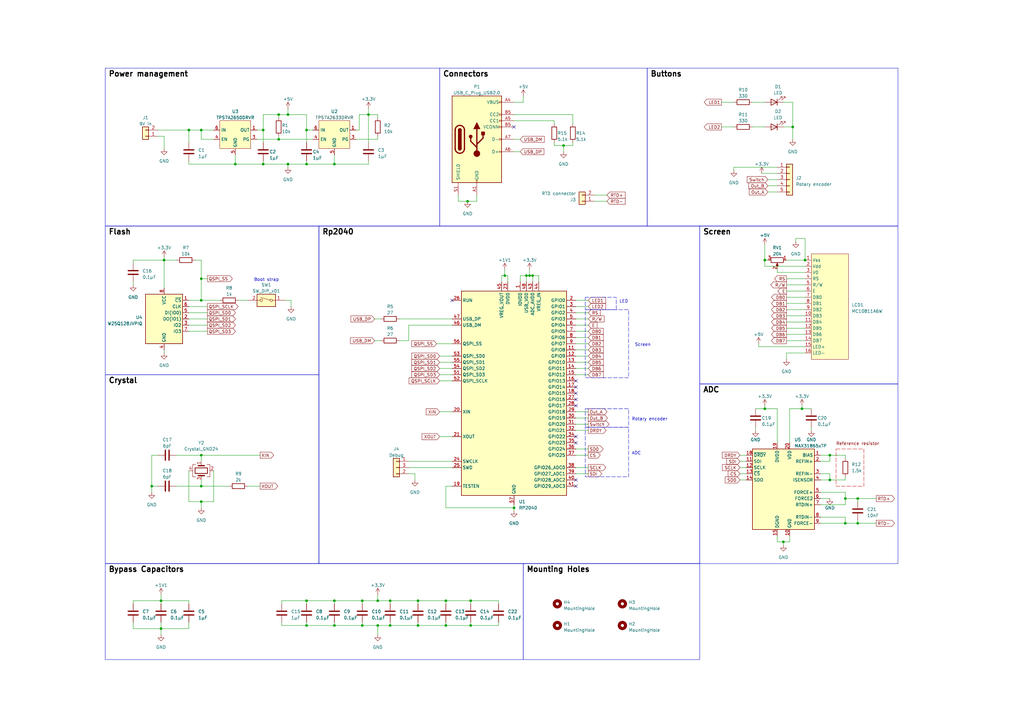
<source format=kicad_sch>
(kicad_sch (version 20230121) (generator eeschema)
  (paper "A3")
  (lib_symbols
    (symbol "Connector:USB_C_Plug_USB2.0" (pin_names (offset 1.016))
      (property "Reference" "P1" (at 0 21.59 0))
      (property "Value" "USB_C_Plug_USB2.0" (at 0 19.05 0))
      (symbol "USB_C_Plug_USB2.0_1_1"
        (pin passive line (at 0 -22.86 90) (length 5.08) (name "GND") (number "A1"))
        (pin passive line (at 0 -22.86 90) (length 5.08) hide (name "GND") (number "A12"))
        (pin passive line (at 15.24 15.24 180) (length 5.08) (name "VBUS") (number "A4"))
        (pin bidirectional line (at 15.24 7.62 180) (length 5.08) (name "CC1") (number "A5"))
        (pin bidirectional line (at 15.24 -5.08 180) (length 5.08) (name "D+") (number "A6"))
        (pin bidirectional line (at 15.24 0 180) (length 5.08) (name "D-") (number "A7"))
        (pin passive line (at 15.24 15.24 180) (length 5.08) hide (name "VBUS") (number "A9"))
        (pin passive line (at 0 -22.86 90) (length 5.08) hide (name "GND") (number "B1"))
        (pin passive line (at 0 -22.86 90) (length 5.08) hide (name "GND") (number "B12"))
        (pin passive line (at 15.24 15.24 180) (length 5.08) hide (name "VBUS") (number "B4"))
        (pin bidirectional line (at 15.24 10.16 180) (length 5.08) (name "CC2") (number "B5"))
        (pin bidirectional line (at 15.24 5.08 180) (length 5.08) (name "VCONN") (number "B5"))
        (pin passive line (at 15.24 15.24 180) (length 5.08) hide (name "VBUS") (number "B9"))
        (pin passive line (at -7.62 -22.86 90) (length 5.08) (name "SHIELD") (number "S1"))
      )
    )
    (symbol "Connector_Generic:Conn_01x02" (pin_names (offset 1.016) hide)
      (property "Reference" "J" (at 0 2.54 0))
      (property "Value" "Conn_01x02" (at 0 -5.08 0))
      (symbol "Conn_01x02_1_1"
        (pin passive line (at -5.08 0 0) (length 3.81) (name "Pin_1") (number "1"))
        (pin passive line (at -5.08 -2.54 0) (length 3.81) (name "Pin_2") (number "2"))
      )
    )
    (symbol "Connector_Generic:Conn_01x03" (pin_names (offset 1.016) hide)
      (property "Reference" "J4" (at 0 7.62 0))
      (property "Value" "Conn_01x03" (at 0 5.08 0))
      (symbol "Conn_01x03_1_1"
        (pin passive line (at -5.08 2.54 0) (length 3.81) (name "Pin_1") (number "1"))
        (pin passive line (at -5.08 -2.54 0) (length 3.81) (name "Pin_2") (number "2"))
        (pin passive line (at -5.08 0 0) (length 3.81) (name "Pin_3") (number "3"))
      )
    )
    (symbol "Connector_Generic:Conn_01x05" (pin_names (offset 1.016) hide)
      (property "Reference" "J" (at 0 7.62 0))
      (property "Value" "Conn_01x05" (at 0 -7.62 0))
      (symbol "Conn_01x05_1_1"
        (pin passive line (at -5.08 5.08 0) (length 3.81) (name "Pin_1") (number "1"))
        (pin passive line (at -5.08 2.54 0) (length 3.81) (name "Pin_2") (number "2"))
        (pin passive line (at -5.08 0 0) (length 3.81) (name "Pin_3") (number "3"))
        (pin passive line (at -5.08 -2.54 0) (length 3.81) (name "Pin_4") (number "4"))
        (pin passive line (at -5.08 -5.08 0) (length 3.81) (name "Pin_5") (number "5"))
      )
    )
    (symbol "Device:C" (pin_numbers hide) (pin_names (offset 0.254))
      (property "Reference" "C" (at 0.635 2.54 0))
      (property "Value" "C" (at 0.635 -2.54 0))
      (symbol "C_1_1"
        (pin passive line (at 0 3.81 270) (length 2.794) (name "~") (number "1"))
        (pin passive line (at 0 -3.81 90) (length 2.794) (name "~") (number "2"))
      )
    )
    (symbol "Device:Crystal_GND24" (pin_names (offset 1.016) hide)
      (property "Reference" "Y" (at 3.175 5.08 0))
      (property "Value" "Crystal_GND24" (at 3.175 3.175 0))
      (symbol "Crystal_GND24_1_1"
        (pin passive line (at -3.81 0 0) (length 1.27) (name "1") (number "1"))
        (pin passive line (at 0 5.08 270) (length 1.27) (name "2") (number "2"))
        (pin passive line (at 3.81 0 180) (length 1.27) (name "3") (number "3"))
        (pin passive line (at 0 -5.08 90) (length 1.27) (name "4") (number "4"))
      )
    )
    (symbol "Device:LED" (pin_numbers hide) (pin_names (offset 1.016) hide)
      (property "Reference" "D" (at 0 2.54 0))
      (property "Value" "LED" (at 0 -2.54 0))
      (symbol "LED_1_1"
        (pin passive line (at -3.81 0 0) (length 2.54) (name "K") (number "1"))
        (pin passive line (at 3.81 0 180) (length 2.54) (name "A") (number "2"))
      )
    )
    (symbol "Device:R" (pin_numbers hide) (pin_names (offset 0))
      (property "Reference" "R" (at 2.032 0 90))
      (property "Value" "R" (at 0 0 90))
      (symbol "R_1_1"
        (pin passive line (at 0 3.81 270) (length 1.27) (name "~") (number "1"))
        (pin passive line (at 0 -3.81 90) (length 1.27) (name "~") (number "2"))
      )
    )
    (symbol "Device:R_Potentiometer" (pin_names (offset 1.016) hide)
      (property "Reference" "RV" (at -4.445 0 90))
      (property "Value" "R_Potentiometer" (at -2.54 0 90))
      (symbol "R_Potentiometer_1_1"
        (pin passive line (at 0 3.81 270) (length 1.27) (name "1") (number "1"))
        (pin passive line (at 3.81 0 180) (length 1.27) (name "2") (number "2"))
        (pin passive line (at 0 -3.81 90) (length 1.27) (name "3") (number "3"))
      )
    )
    (symbol "Extra_Symbols:MC10811A6W"
      (property "Reference" "LCD" (at 0 5.08 0))
      (property "Value" "MC10811A6W" (at 0 2.54 0))
      (symbol "MC10811A6W_1_1"
        (pin input line (at 10.16 -2.54 180) (length 2.54) (name "Vss") (number "1"))
        (pin input line (at 10.16 -25.4 180) (length 2.54) (name "DB3") (number "10"))
        (pin input line (at 10.16 -27.94 180) (length 2.54) (name "DB4") (number "11"))
        (pin input line (at 10.16 -30.48 180) (length 2.54) (name "DB5") (number "12"))
        (pin input line (at 10.16 -33.02 180) (length 2.54) (name "DB6") (number "13"))
        (pin input line (at 10.16 -35.56 180) (length 2.54) (name "DB7") (number "14"))
        (pin input line (at 10.16 -38.1 180) (length 2.54) (name "LED+") (number "15"))
        (pin input line (at 10.16 -40.64 180) (length 2.54) (name "LED-") (number "16"))
        (pin input line (at 10.16 -5.08 180) (length 2.54) (name "Vdd") (number "2"))
        (pin input line (at 10.16 -7.62 180) (length 2.54) (name "V0") (number "3"))
        (pin input line (at 10.16 -10.16 180) (length 2.54) (name "RS") (number "4"))
        (pin input line (at 10.16 -12.7 180) (length 2.54) (name "R/W") (number "5"))
        (pin input line (at 10.16 -15.24 180) (length 2.54) (name "E") (number "6"))
        (pin input line (at 10.16 -17.78 180) (length 2.54) (name "DB0") (number "7"))
        (pin input line (at 10.16 -20.32 180) (length 2.54) (name "DB1") (number "8"))
        (pin input line (at 10.16 -22.86 180) (length 2.54) (name "DB2") (number "9"))
      )
    )
    (symbol "MCU_RaspberryPi:RP2040"
      (property "Reference" "U" (at 17.78 45.72 0))
      (property "Value" "RP2040" (at 17.78 43.18 0))
      (symbol "RP2040_1_1"
        (pin power_in line (at 2.54 45.72 270) (length 3.81) (name "IOVDD") (number "1"))
        (pin passive line (at 2.54 45.72 270) (length 3.81) hide (name "IOVDD") (number "10"))
        (pin bidirectional line (at 25.4 17.78 180) (length 3.81) (name "GPIO8") (number "11"))
        (pin bidirectional line (at 25.4 15.24 180) (length 3.81) (name "GPIO9") (number "12"))
        (pin bidirectional line (at 25.4 12.7 180) (length 3.81) (name "GPIO10") (number "13"))
        (pin bidirectional line (at 25.4 10.16 180) (length 3.81) (name "GPIO11") (number "14"))
        (pin bidirectional line (at 25.4 7.62 180) (length 3.81) (name "GPIO12") (number "15"))
        (pin bidirectional line (at 25.4 5.08 180) (length 3.81) (name "GPIO13") (number "16"))
        (pin bidirectional line (at 25.4 2.54 180) (length 3.81) (name "GPIO14") (number "17"))
        (pin bidirectional line (at 25.4 0 180) (length 3.81) (name "GPIO15") (number "18"))
        (pin input line (at -25.4 -38.1 0) (length 3.81) (name "TESTEN") (number "19"))
        (pin bidirectional line (at 25.4 38.1 180) (length 3.81) (name "GPIO0") (number "2"))
        (pin input line (at -25.4 -7.62 0) (length 3.81) (name "XIN") (number "20"))
        (pin passive line (at -25.4 -17.78 0) (length 3.81) (name "XOUT") (number "21"))
        (pin passive line (at 2.54 45.72 270) (length 3.81) hide (name "IOVDD") (number "22"))
        (pin power_in line (at -2.54 45.72 270) (length 3.81) (name "DVDD") (number "23"))
        (pin input line (at -25.4 -27.94 0) (length 3.81) (name "SWCLK") (number "24"))
        (pin bidirectional line (at -25.4 -30.48 0) (length 3.81) (name "SWD") (number "25"))
        (pin input line (at -25.4 38.1 0) (length 3.81) (name "RUN") (number "26"))
        (pin bidirectional line (at 25.4 -2.54 180) (length 3.81) (name "GPIO16") (number "27"))
        (pin bidirectional line (at 25.4 -5.08 180) (length 3.81) (name "GPIO17") (number "28"))
        (pin bidirectional line (at 25.4 -7.62 180) (length 3.81) (name "GPIO18") (number "29"))
        (pin bidirectional line (at 25.4 35.56 180) (length 3.81) (name "GPIO1") (number "3"))
        (pin bidirectional line (at 25.4 -10.16 180) (length 3.81) (name "GPIO19") (number "30"))
        (pin bidirectional line (at 25.4 -12.7 180) (length 3.81) (name "GPIO20") (number "31"))
        (pin bidirectional line (at 25.4 -15.24 180) (length 3.81) (name "GPIO21") (number "32"))
        (pin passive line (at 2.54 45.72 270) (length 3.81) hide (name "IOVDD") (number "33"))
        (pin bidirectional line (at 25.4 -17.78 180) (length 3.81) (name "GPIO22") (number "34"))
        (pin bidirectional line (at 25.4 -20.32 180) (length 3.81) (name "GPIO23") (number "35"))
        (pin bidirectional line (at 25.4 -22.86 180) (length 3.81) (name "GPIO24") (number "36"))
        (pin bidirectional line (at 25.4 -25.4 180) (length 3.81) (name "GPIO25") (number "37"))
        (pin bidirectional line (at 25.4 -30.48 180) (length 3.81) (name "GPIO26_ADC0") (number "38"))
        (pin bidirectional line (at 25.4 -33.02 180) (length 3.81) (name "GPIO27_ADC1") (number "39"))
        (pin bidirectional line (at 25.4 33.02 180) (length 3.81) (name "GPIO2") (number "4"))
        (pin bidirectional line (at 25.4 -35.56 180) (length 3.81) (name "GPIO28_ADC2") (number "40"))
        (pin bidirectional line (at 25.4 -38.1 180) (length 3.81) (name "GPIO29_ADC3") (number "41"))
        (pin passive line (at 2.54 45.72 270) (length 3.81) hide (name "IOVDD") (number "42"))
        (pin power_in line (at 7.62 45.72 270) (length 3.81) (name "ADC_AVDD") (number "43"))
        (pin power_in line (at 10.16 45.72 270) (length 3.81) (name "VREG_IN") (number "44"))
        (pin power_out line (at -5.08 45.72 270) (length 3.81) (name "VREG_VOUT") (number "45"))
        (pin bidirectional line (at -25.4 27.94 0) (length 3.81) (name "USB_DM") (number "46"))
        (pin bidirectional line (at -25.4 30.48 0) (length 3.81) (name "USB_DP") (number "47"))
        (pin power_in line (at 5.08 45.72 270) (length 3.81) (name "USB_VDD") (number "48"))
        (pin passive line (at 2.54 45.72 270) (length 3.81) hide (name "IOVDD") (number "49"))
        (pin bidirectional line (at 25.4 30.48 180) (length 3.81) (name "GPIO3") (number "5"))
        (pin passive line (at -2.54 45.72 270) (length 3.81) hide (name "DVDD") (number "50"))
        (pin bidirectional line (at -25.4 7.62 0) (length 3.81) (name "QSPI_SD3") (number "51"))
        (pin output line (at -25.4 5.08 0) (length 3.81) (name "QSPI_SCLK") (number "52"))
        (pin bidirectional line (at -25.4 15.24 0) (length 3.81) (name "QSPI_SD0") (number "53"))
        (pin bidirectional line (at -25.4 10.16 0) (length 3.81) (name "QSPI_SD2") (number "54"))
        (pin bidirectional line (at -25.4 12.7 0) (length 3.81) (name "QSPI_SD1") (number "55"))
        (pin bidirectional line (at -25.4 20.32 0) (length 3.81) (name "QSPI_SS") (number "56"))
        (pin power_in line (at 0 -45.72 90) (length 3.81) (name "GND") (number "57"))
        (pin bidirectional line (at 25.4 27.94 180) (length 3.81) (name "GPIO4") (number "6"))
        (pin bidirectional line (at 25.4 25.4 180) (length 3.81) (name "GPIO5") (number "7"))
        (pin bidirectional line (at 25.4 22.86 180) (length 3.81) (name "GPIO6") (number "8"))
        (pin bidirectional line (at 25.4 20.32 180) (length 3.81) (name "GPIO7") (number "9"))
      )
    )
    (symbol "Mechanical:MountingHole" (pin_names (offset 1.016))
      (property "Reference" "H" (at 0 5.08 0))
      (property "Value" "MountingHole" (at 0 3.175 0))
    )
    (symbol "Memory_Flash:W25Q128JVS"
      (property "Reference" "U" (at -8.89 8.89 0))
      (property "Value" "W25Q128JVS" (at 7.62 8.89 0))
      (symbol "W25Q128JVS_1_1"
        (pin input line (at -10.16 7.62 0) (length 2.54) (name "~{CS}") (number "1"))
        (pin bidirectional line (at -10.16 0 0) (length 2.54) (name "DO(IO1)") (number "2"))
        (pin bidirectional line (at -10.16 -2.54 0) (length 2.54) (name "IO2") (number "3"))
        (pin power_in line (at 0 -12.7 90) (length 2.54) (name "GND") (number "4"))
        (pin bidirectional line (at -10.16 2.54 0) (length 2.54) (name "DI(IO0)") (number "5"))
        (pin input line (at -10.16 5.08 0) (length 2.54) (name "CLK") (number "6"))
        (pin bidirectional line (at -10.16 -5.08 0) (length 2.54) (name "IO3") (number "7"))
        (pin power_in line (at 0 12.7 270) (length 2.54) (name "VCC") (number "8"))
      )
    )
    (symbol "Regulator_Linear:TPS7A2633DRVR"
      (property "Reference" "U" (at 0 5.08 0))
      (symbol "TPS7A2633DRVR_1_1"
        (text "TPS7A2633DRVR" (at 0 2.54 0) (effects (font (size 1.27 1.27))))
        (pin input line (at 8.89 -2.54 180) (length 2.54) (name "OUT") (number "1"))
        (pin input line (at 8.89 -6.35 180) (length 2.54) (name "PG") (number "3"))
        (pin input line (at -8.89 -6.35 0) (length 2.54) (name "EN") (number "4"))
        (pin input line (at 0 -12.7 90) (length 2.54) (name "GND") (number "5"))
        (pin input line (at -8.89 -2.54 0) (length 2.54) (name "IN") (number "6"))
      )
    )
    (symbol "Regulator_Linear:TPS7A2650DRVR"
      (property "Reference" "U" (at 0 5.08 0))
      (property "Value" "TPS7A2650DRVR" (at 0 2.54 0))
      (symbol "TPS7A2650DRVR_1_1"
        (pin input line (at 8.89 -2.54 180) (length 2.54) (name "OUT") (number "1"))
        (pin input line (at 8.89 -6.35 180) (length 2.54) (name "PG") (number "3"))
        (pin input line (at -8.89 -6.35 0) (length 2.54) (name "EN") (number "4"))
        (pin input line (at 0 -12.7 90) (length 2.54) (name "GND") (number "5"))
        (pin input line (at -8.89 -2.54 0) (length 2.54) (name "IN") (number "6"))
      )
    )
    (symbol "Sensor_Temperature:MAX31865xTP"
      (property "Reference" "U" (at -11.43 19.05 0))
      (property "Value" "MAX31865xTP" (at 10.16 19.05 0))
      (symbol "MAX31865xTP_1_1"
        (pin power_out line (at 15.24 15.24 180) (length 2.54) (name "BIAS") (number "1"))
        (pin power_in line (at 2.54 -17.78 90) (length 2.54) (name "GND") (number "10"))
        (pin input line (at -15.24 12.7 0) (length 2.54) (name "SDI") (number "11"))
        (pin input line (at -15.24 10.16 0) (length 2.54) (name "SCLK") (number "12"))
        (pin input line (at -15.24 7.62 0) (length 2.54) (name "~{CS}") (number "13"))
        (pin tri_state line (at -15.24 5.08 0) (length 2.54) (name "SDO") (number "14"))
        (pin power_in line (at -2.54 -17.78 90) (length 2.54) (name "DGND") (number "15"))
        (pin passive line (at 2.54 -17.78 90) (length 2.54) hide (name "GND") (number "16"))
        (pin no_connect line (at -12.7 -2.54 0) (length 2.54) hide (name "NC") (number "17"))
        (pin output line (at -15.24 15.24 0) (length 2.54) (name "~{DRDY}") (number "18"))
        (pin power_in line (at -2.54 20.32 270) (length 2.54) (name "DVDD") (number "19"))
        (pin input line (at 15.24 12.7 180) (length 2.54) (name "REFIN+") (number "2"))
        (pin power_in line (at 2.54 20.32 270) (length 2.54) (name "VDD") (number "20"))
        (pin passive line (at 2.54 -17.78 90) (length 2.54) hide (name "GND") (number "21"))
        (pin input line (at 15.24 7.62 180) (length 2.54) (name "REFIN-") (number "3"))
        (pin passive line (at 15.24 5.08 180) (length 2.54) (name "ISENSOR") (number "4"))
        (pin passive line (at 15.24 0 180) (length 2.54) (name "FORCE+") (number "5"))
        (pin input line (at 15.24 -2.54 180) (length 2.54) (name "FORCE2") (number "6"))
        (pin input line (at 15.24 -5.08 180) (length 2.54) (name "RTDIN+") (number "7"))
        (pin input line (at 15.24 -10.16 180) (length 2.54) (name "RTDIN-") (number "8"))
        (pin power_out line (at 15.24 -12.7 180) (length 2.54) (name "FORCE-") (number "9"))
      )
    )
    (symbol "Switch:SW_DIP_x01" (pin_names (offset 0) hide)
      (property "Reference" "SW" (at 0 3.81 0))
      (property "Value" "SW_DIP_x01" (at 0 -3.81 0))
      (symbol "SW_DIP_x01_1_1"
        (pin passive line (at -7.62 0 0) (length 5.08) (name "~") (number "1"))
        (pin passive line (at 7.62 0 180) (length 5.08) (name "~") (number "2"))
      )
    )
    (symbol "power:+1V1" (power) (pin_names (offset 0))
      (property "Value" "+1V1" (at 0 3.556 0))
      (symbol "+1V1_1_1"
        (pin power_in line (at 0 0 90) (length 0) hide (name "+1V1") (number "1"))
      )
    )
    (symbol "power:+3.3V" (power) (pin_names (offset 0))
      (property "Value" "+3.3V" (at 0 3.556 0))
      (symbol "+3.3V_1_1"
        (pin power_in line (at 0 0 90) (length 0) hide (name "+3.3V") (number "1"))
      )
    )
    (symbol "power:+5V" (power) (pin_names (offset 0))
      (property "Value" "+5V" (at 0 3.556 0))
      (symbol "+5V_1_1"
        (pin power_in line (at 0 0 90) (length 0) hide (name "+5V") (number "1"))
      )
    )
    (symbol "power:GND" (power) (pin_names (offset 0))
      (property "Value" "GND" (at 0 -3.81 0))
      (symbol "GND_1_1"
        (pin power_in line (at 0 0 270) (length 0) hide (name "GND") (number "1"))
      )
    )
  )
  (junction (at 215.9 113.03))
  (junction (at 137.16 246.38))
  (junction (at 182.88 256.54))
  (junction (at 107.95 67.31))
  (junction (at 346.71 214.63))
  (junction (at 137.16 67.31))
  (junction (at 66.04 246.38))
  (junction (at 346.71 204.47))
  (junction (at 340.36 186.69))
  (junction (at 154.94 246.38))
  (junction (at 193.04 246.38))
  (junction (at 114.3 46.99))
  (junction (at 325.12 52.07))
  (junction (at 218.44 113.03))
  (junction (at 160.02 246.38))
  (junction (at 118.11 67.31))
  (junction (at 96.52 67.31))
  (junction (at 125.73 53.34))
  (junction (at 328.93 167.64))
  (junction (at 217.17 113.03))
  (junction (at 210.82 208.28))
  (junction (at 193.04 256.54))
  (junction (at 151.13 46.99))
  (junction (at 77.47 53.34))
  (junction (at 67.31 106.68))
  (junction (at 82.55 114.3))
  (junction (at 62.23 199.39))
  (junction (at 207.01 113.03))
  (junction (at 231.14 59.69))
  (junction (at 125.73 67.31))
  (junction (at 107.95 53.34))
  (junction (at 160.02 256.54))
  (junction (at 82.55 53.34))
  (junction (at 66.04 257.81))
  (junction (at 137.16 256.54))
  (junction (at 148.59 256.54))
  (junction (at 82.55 205.74))
  (junction (at 340.36 196.85))
  (junction (at 148.59 246.38))
  (junction (at 351.79 204.47))
  (junction (at 171.45 256.54))
  (junction (at 125.73 246.38))
  (junction (at 351.79 214.63))
  (junction (at 313.69 167.64))
  (junction (at 191.77 82.55))
  (junction (at 321.31 222.25))
  (junction (at 82.55 199.39))
  (junction (at 114.3 57.15))
  (junction (at 154.94 256.54))
  (junction (at 330.2 106.68))
  (junction (at 313.69 106.68))
  (junction (at 118.11 46.99))
  (junction (at 125.73 256.54))
  (junction (at 182.88 246.38))
  (junction (at 82.55 123.19))
  (junction (at 82.55 186.69))
  (junction (at 171.45 246.38))
  (no_connect (at 236.22 156.21))
  (no_connect (at 236.22 163.83))
  (no_connect (at 236.22 166.37))
  (no_connect (at 236.22 199.39))
  (no_connect (at 236.22 161.29))
  (no_connect (at 236.22 196.85))
  (no_connect (at 236.22 181.61))
  (no_connect (at 185.42 123.19))
  (no_connect (at 236.22 179.07))
  (no_connect (at 210.82 52.07))
  (no_connect (at 236.22 158.75))
  (wire (pts (xy 114.3 57.15) (xy 128.27 57.15)))
  (wire (pts (xy 116.84 123.19) (xy 119.38 123.19)))
  (wire (pts (xy 303.53 186.69) (xy 306.07 186.69)))
  (wire (pts (xy 236.22 148.59) (xy 241.3 148.59)))
  (wire (pts (xy 204.47 255.27) (xy 204.47 256.54)))
  (wire (pts (xy 326.39 97.79) (xy 326.39 99.06)))
  (wire (pts (xy 154.94 243.84) (xy 154.94 246.38)))
  (wire (pts (xy 107.95 66.04) (xy 107.95 67.31)))
  (wire (pts (xy 234.95 59.69) (xy 234.95 58.42)))
  (wire (pts (xy 170.18 196.85) (xy 170.18 194.31)))
  (wire (pts (xy 234.95 50.8) (xy 234.95 46.99)))
  (wire (pts (xy 346.71 207.01) (xy 346.71 204.47)))
  (wire (pts (xy 77.47 125.73) (xy 85.09 125.73)))
  (wire (pts (xy 82.55 196.85) (xy 82.55 199.39)))
  (wire (pts (xy 236.22 184.15) (xy 241.3 184.15)))
  (wire (pts (xy 351.79 214.63) (xy 351.79 213.36)))
  (wire (pts (xy 180.34 153.67) (xy 185.42 153.67)))
  (wire (pts (xy 82.55 205.74) (xy 82.55 208.28)))
  (wire (pts (xy 236.22 194.31) (xy 241.3 194.31)))
  (wire (pts (xy 154.94 46.99) (xy 151.13 46.99)))
  (wire (pts (xy 187.96 80.01) (xy 187.96 82.55)))
  (wire (pts (xy 107.95 67.31) (xy 118.11 67.31)))
  (wire (pts (xy 170.18 194.31) (xy 167.64 194.31)))
  (wire (pts (xy 193.04 247.65) (xy 193.04 246.38)))
  (wire (pts (xy 204.47 256.54) (xy 193.04 256.54)))
  (wire (pts (xy 147.32 53.34) (xy 146.05 53.34)))
  (wire (pts (xy 193.04 246.38) (xy 204.47 246.38)))
  (wire (pts (xy 77.47 123.19) (xy 82.55 123.19)))
  (wire (pts (xy 322.58 144.78) (xy 322.58 147.32)))
  (wire (pts (xy 154.94 256.54) (xy 160.02 256.54)))
  (wire (pts (xy 322.58 139.7) (xy 330.2 139.7)))
  (wire (pts (xy 66.04 257.81) (xy 66.04 260.35)))
  (wire (pts (xy 77.47 135.89) (xy 85.09 135.89)))
  (wire (pts (xy 171.45 246.38) (xy 171.45 247.65)))
  (wire (pts (xy 66.04 246.38) (xy 77.47 246.38)))
  (wire (pts (xy 313.69 109.22) (xy 313.69 106.68)))
  (wire (pts (xy 82.55 114.3) (xy 82.55 123.19)))
  (wire (pts (xy 332.74 175.26) (xy 332.74 176.53)))
  (wire (pts (xy 243.84 82.55) (xy 248.92 82.55)))
  (wire (pts (xy 96.52 63.5) (xy 96.52 67.31)))
  (wire (pts (xy 137.16 255.27) (xy 137.16 256.54)))
  (wire (pts (xy 80.01 106.68) (xy 82.55 106.68)))
  (wire (pts (xy 205.74 113.03) (xy 207.01 113.03)))
  (wire (pts (xy 125.73 46.99) (xy 125.73 53.34)))
  (wire (pts (xy 336.55 214.63) (xy 346.71 214.63)))
  (wire (pts (xy 167.64 189.23) (xy 185.42 189.23)))
  (wire (pts (xy 137.16 63.5) (xy 137.16 67.31)))
  (wire (pts (xy 336.55 204.47) (xy 340.36 204.47)))
  (wire (pts (xy 322.58 114.3) (xy 330.2 114.3)))
  (wire (pts (xy 182.88 246.38) (xy 193.04 246.38)))
  (wire (pts (xy 154.94 246.38) (xy 160.02 246.38)))
  (wire (pts (xy 318.77 219.71) (xy 318.77 222.25)))
  (wire (pts (xy 318.77 68.58) (xy 300.99 68.58)))
  (wire (pts (xy 82.55 205.74) (xy 77.47 205.74)))
  (wire (pts (xy 328.93 167.64) (xy 332.74 167.64)))
  (wire (pts (xy 179.07 140.97) (xy 185.42 140.97)))
  (wire (pts (xy 236.22 130.81) (xy 241.3 130.81)))
  (wire (pts (xy 118.11 44.45) (xy 118.11 46.99)))
  (wire (pts (xy 311.15 140.97) (xy 311.15 142.24)))
  (wire (pts (xy 336.55 201.93) (xy 346.71 201.93)))
  (wire (pts (xy 101.6 199.39) (xy 106.68 199.39)))
  (wire (pts (xy 64.77 53.34) (xy 77.47 53.34)))
  (wire (pts (xy 236.22 186.69) (xy 241.3 186.69)))
  (wire (pts (xy 308.61 41.91) (xy 313.69 41.91)))
  (wire (pts (xy 171.45 256.54) (xy 182.88 256.54)))
  (wire (pts (xy 151.13 44.45) (xy 151.13 46.99)))
  (wire (pts (xy 328.93 166.37) (xy 328.93 167.64)))
  (wire (pts (xy 154.94 48.26) (xy 154.94 46.99)))
  (wire (pts (xy 210.82 207.01) (xy 210.82 208.28)))
  (wire (pts (xy 322.58 119.38) (xy 330.2 119.38)))
  (wire (pts (xy 322.58 132.08) (xy 330.2 132.08)))
  (wire (pts (xy 330.2 109.22) (xy 313.69 109.22)))
  (wire (pts (xy 300.99 68.58) (xy 300.99 69.85)))
  (wire (pts (xy 115.57 256.54) (xy 125.73 256.54)))
  (wire (pts (xy 340.36 186.69) (xy 346.71 186.69)))
  (wire (pts (xy 195.58 82.55) (xy 195.58 80.01)))
  (wire (pts (xy 77.47 130.81) (xy 85.09 130.81)))
  (wire (pts (xy 125.73 246.38) (xy 125.73 247.65)))
  (wire (pts (xy 82.55 186.69) (xy 82.55 189.23)))
  (wire (pts (xy 227.33 59.69) (xy 231.14 59.69)))
  (wire (pts (xy 336.55 194.31) (xy 340.36 194.31)))
  (wire (pts (xy 336.55 189.23) (xy 340.36 189.23)))
  (wire (pts (xy 167.64 133.35) (xy 167.64 139.7)))
  (wire (pts (xy 236.22 176.53) (xy 241.3 176.53)))
  (wire (pts (xy 67.31 105.41) (xy 67.31 106.68)))
  (wire (pts (xy 54.61 106.68) (xy 67.31 106.68)))
  (wire (pts (xy 160.02 256.54) (xy 171.45 256.54)))
  (wire (pts (xy 346.71 187.96) (xy 346.71 186.69)))
  (wire (pts (xy 54.61 246.38) (xy 66.04 246.38)))
  (wire (pts (xy 303.53 196.85) (xy 306.07 196.85)))
  (wire (pts (xy 125.73 256.54) (xy 137.16 256.54)))
  (wire (pts (xy 153.67 130.81) (xy 156.21 130.81)))
  (wire (pts (xy 82.55 53.34) (xy 82.55 57.15)))
  (wire (pts (xy 313.69 106.68) (xy 314.96 106.68)))
  (wire (pts (xy 146.05 57.15) (xy 154.94 57.15)))
  (wire (pts (xy 125.73 255.27) (xy 125.73 256.54)))
  (wire (pts (xy 54.61 106.68) (xy 54.61 107.95)))
  (wire (pts (xy 311.15 142.24) (xy 330.2 142.24)))
  (wire (pts (xy 182.88 256.54) (xy 193.04 256.54)))
  (wire (pts (xy 82.55 114.3) (xy 85.09 114.3)))
  (wire (pts (xy 318.77 181.61) (xy 318.77 167.64)))
  (wire (pts (xy 180.34 168.91) (xy 185.42 168.91)))
  (wire (pts (xy 182.88 246.38) (xy 182.88 247.65)))
  (wire (pts (xy 64.77 199.39) (xy 62.23 199.39)))
  (wire (pts (xy 321.31 222.25) (xy 323.85 222.25)))
  (wire (pts (xy 187.96 82.55) (xy 191.77 82.55)))
  (wire (pts (xy 67.31 118.11) (xy 67.31 106.68)))
  (wire (pts (xy 137.16 67.31) (xy 151.13 67.31)))
  (wire (pts (xy 318.77 111.76) (xy 330.2 111.76)))
  (wire (pts (xy 322.58 106.68) (xy 330.2 106.68)))
  (wire (pts (xy 82.55 123.19) (xy 90.17 123.19)))
  (wire (pts (xy 107.95 53.34) (xy 107.95 58.42)))
  (wire (pts (xy 77.47 133.35) (xy 85.09 133.35)))
  (wire (pts (xy 153.67 139.7) (xy 156.21 139.7)))
  (wire (pts (xy 321.31 52.07) (xy 325.12 52.07)))
  (wire (pts (xy 67.31 106.68) (xy 72.39 106.68)))
  (wire (pts (xy 193.04 256.54) (xy 193.04 255.27)))
  (wire (pts (xy 185.42 133.35) (xy 167.64 133.35)))
  (wire (pts (xy 137.16 246.38) (xy 137.16 247.65)))
  (wire (pts (xy 321.31 222.25) (xy 321.31 223.52)))
  (wire (pts (xy 96.52 67.31) (xy 107.95 67.31)))
  (wire (pts (xy 182.88 255.27) (xy 182.88 256.54)))
  (wire (pts (xy 114.3 46.99) (xy 118.11 46.99)))
  (wire (pts (xy 125.73 53.34) (xy 125.73 58.42)))
  (wire (pts (xy 322.58 144.78) (xy 330.2 144.78)))
  (wire (pts (xy 67.31 60.96) (xy 67.31 55.88)))
  (wire (pts (xy 236.22 153.67) (xy 241.3 153.67)))
  (wire (pts (xy 236.22 128.27) (xy 241.3 128.27)))
  (wire (pts (xy 137.16 246.38) (xy 125.73 246.38)))
  (wire (pts (xy 77.47 53.34) (xy 77.47 58.42)))
  (wire (pts (xy 303.53 191.77) (xy 306.07 191.77)))
  (wire (pts (xy 336.55 212.09) (xy 346.71 212.09)))
  (wire (pts (xy 325.12 41.91) (xy 321.31 41.91)))
  (wire (pts (xy 236.22 151.13) (xy 241.3 151.13)))
  (wire (pts (xy 107.95 46.99) (xy 107.95 53.34)))
  (wire (pts (xy 66.04 243.84) (xy 66.04 246.38)))
  (wire (pts (xy 213.36 113.03) (xy 215.9 113.03)))
  (wire (pts (xy 171.45 255.27) (xy 171.45 256.54)))
  (wire (pts (xy 115.57 246.38) (xy 115.57 247.65)))
  (wire (pts (xy 351.79 204.47) (xy 351.79 205.74)))
  (wire (pts (xy 308.61 52.07) (xy 313.69 52.07)))
  (wire (pts (xy 210.82 208.28) (xy 210.82 209.55)))
  (wire (pts (xy 340.36 186.69) (xy 340.36 189.23)))
  (wire (pts (xy 218.44 113.03) (xy 220.98 113.03)))
  (wire (pts (xy 115.57 246.38) (xy 125.73 246.38)))
  (wire (pts (xy 67.31 55.88) (xy 64.77 55.88)))
  (wire (pts (xy 66.04 247.65) (xy 66.04 246.38)))
  (wire (pts (xy 82.55 106.68) (xy 82.55 114.3)))
  (wire (pts (xy 154.94 256.54) (xy 154.94 260.35)))
  (wire (pts (xy 154.94 246.38) (xy 148.59 246.38)))
  (wire (pts (xy 151.13 46.99) (xy 151.13 58.42)))
  (wire (pts (xy 236.22 125.73) (xy 241.3 125.73)))
  (wire (pts (xy 62.23 186.69) (xy 64.77 186.69)))
  (wire (pts (xy 322.58 137.16) (xy 330.2 137.16)))
  (wire (pts (xy 154.94 55.88) (xy 154.94 57.15)))
  (wire (pts (xy 147.32 46.99) (xy 147.32 53.34)))
  (wire (pts (xy 77.47 66.04) (xy 77.47 67.31)))
  (wire (pts (xy 118.11 68.58) (xy 118.11 67.31)))
  (wire (pts (xy 336.55 196.85) (xy 340.36 196.85)))
  (wire (pts (xy 340.36 196.85) (xy 346.71 196.85)))
  (wire (pts (xy 346.71 204.47) (xy 351.79 204.47)))
  (wire (pts (xy 236.22 143.51) (xy 241.3 143.51)))
  (wire (pts (xy 77.47 67.31) (xy 96.52 67.31)))
  (wire (pts (xy 236.22 140.97) (xy 241.3 140.97)))
  (wire (pts (xy 236.22 168.91) (xy 241.3 168.91)))
  (wire (pts (xy 295.91 41.91) (xy 300.99 41.91)))
  (wire (pts (xy 105.41 57.15) (xy 114.3 57.15)))
  (wire (pts (xy 346.71 214.63) (xy 351.79 214.63)))
  (wire (pts (xy 227.33 49.53) (xy 227.33 50.8)))
  (wire (pts (xy 236.22 135.89) (xy 241.3 135.89)))
  (wire (pts (xy 318.77 222.25) (xy 321.31 222.25)))
  (wire (pts (xy 180.34 179.07) (xy 185.42 179.07)))
  (wire (pts (xy 87.63 193.04) (xy 87.63 205.74)))
  (wire (pts (xy 163.83 139.7) (xy 167.64 139.7)))
  (wire (pts (xy 318.77 111.76) (xy 318.77 110.49)))
  (wire (pts (xy 191.77 82.55) (xy 195.58 82.55)))
  (wire (pts (xy 204.47 247.65) (xy 204.47 246.38)))
  (wire (pts (xy 351.79 204.47) (xy 359.41 204.47)))
  (wire (pts (xy 77.47 53.34) (xy 82.55 53.34)))
  (wire (pts (xy 125.73 67.31) (xy 137.16 67.31)))
  (wire (pts (xy 82.55 186.69) (xy 106.68 186.69)))
  (wire (pts (xy 218.44 115.57) (xy 218.44 113.03)))
  (wire (pts (xy 236.22 133.35) (xy 241.3 133.35)))
  (wire (pts (xy 207.01 110.49) (xy 207.01 113.03)))
  (wire (pts (xy 312.42 71.12) (xy 318.77 71.12)))
  (wire (pts (xy 231.14 59.69) (xy 234.95 59.69)))
  (wire (pts (xy 295.91 52.07) (xy 300.99 52.07)))
  (wire (pts (xy 309.88 167.64) (xy 313.69 167.64)))
  (wire (pts (xy 180.34 146.05) (xy 185.42 146.05)))
  (wire (pts (xy 72.39 199.39) (xy 82.55 199.39)))
  (wire (pts (xy 313.69 100.33) (xy 313.69 106.68)))
  (wire (pts (xy 182.88 208.28) (xy 210.82 208.28)))
  (wire (pts (xy 66.04 257.81) (xy 54.61 257.81)))
  (wire (pts (xy 351.79 214.63) (xy 359.41 214.63)))
  (wire (pts (xy 148.59 256.54) (xy 154.94 256.54)))
  (wire (pts (xy 180.34 151.13) (xy 185.42 151.13)))
  (wire (pts (xy 236.22 138.43) (xy 241.3 138.43)))
  (wire (pts (xy 77.47 255.27) (xy 77.47 257.81)))
  (wire (pts (xy 303.53 189.23) (xy 306.07 189.23)))
  (wire (pts (xy 314.96 78.74) (xy 318.77 78.74)))
  (wire (pts (xy 62.23 199.39) (xy 62.23 186.69)))
  (wire (pts (xy 115.57 255.27) (xy 115.57 256.54)))
  (wire (pts (xy 114.3 46.99) (xy 114.3 48.26)))
  (wire (pts (xy 214.63 41.91) (xy 210.82 41.91)))
  (wire (pts (xy 340.36 194.31) (xy 340.36 196.85)))
  (wire (pts (xy 207.01 113.03) (xy 208.28 113.03)))
  (wire (pts (xy 77.47 193.04) (xy 77.47 205.74)))
  (wire (pts (xy 231.14 59.69) (xy 231.14 62.23)))
  (wire (pts (xy 82.55 199.39) (xy 93.98 199.39)))
  (wire (pts (xy 171.45 246.38) (xy 182.88 246.38)))
  (wire (pts (xy 82.55 53.34) (xy 87.63 53.34)))
  (wire (pts (xy 118.11 67.31) (xy 125.73 67.31)))
  (wire (pts (xy 330.2 97.79) (xy 326.39 97.79)))
  (wire (pts (xy 314.96 73.66) (xy 318.77 73.66)))
  (wire (pts (xy 227.33 58.42) (xy 227.33 59.69)))
  (wire (pts (xy 215.9 113.03) (xy 217.17 113.03)))
  (wire (pts (xy 314.96 76.2) (xy 318.77 76.2)))
  (wire (pts (xy 313.69 166.37) (xy 313.69 167.64)))
  (wire (pts (xy 234.95 46.99) (xy 210.82 46.99)))
  (wire (pts (xy 97.79 123.19) (xy 101.6 123.19)))
  (wire (pts (xy 54.61 247.65) (xy 54.61 246.38)))
  (wire (pts (xy 205.74 115.57) (xy 205.74 113.03)))
  (wire (pts (xy 77.47 128.27) (xy 85.09 128.27)))
  (wire (pts (xy 328.93 167.64) (xy 323.85 167.64)))
  (wire (pts (xy 167.64 191.77) (xy 185.42 191.77)))
  (wire (pts (xy 346.71 212.09) (xy 346.71 214.63)))
  (wire (pts (xy 303.53 194.31) (xy 306.07 194.31)))
  (wire (pts (xy 236.22 123.19) (xy 241.3 123.19)))
  (wire (pts (xy 66.04 255.27) (xy 66.04 257.81)))
  (wire (pts (xy 54.61 115.57) (xy 54.61 116.84)))
  (wire (pts (xy 217.17 110.49) (xy 217.17 113.03)))
  (wire (pts (xy 114.3 55.88) (xy 114.3 57.15)))
  (wire (pts (xy 87.63 205.74) (xy 82.55 205.74)))
  (wire (pts (xy 346.71 195.58) (xy 346.71 196.85)))
  (wire (pts (xy 137.16 256.54) (xy 148.59 256.54)))
  (wire (pts (xy 325.12 52.07) (xy 325.12 41.91)))
  (wire (pts (xy 210.82 49.53) (xy 227.33 49.53)))
  (wire (pts (xy 62.23 199.39) (xy 62.23 201.93)))
  (wire (pts (xy 322.58 121.92) (xy 330.2 121.92)))
  (wire (pts (xy 137.16 246.38) (xy 148.59 246.38)))
  (wire (pts (xy 322.58 134.62) (xy 330.2 134.62)))
  (wire (pts (xy 87.63 57.15) (xy 82.55 57.15)))
  (wire (pts (xy 309.88 175.26) (xy 309.88 176.53)))
  (wire (pts (xy 54.61 255.27) (xy 54.61 257.81)))
  (wire (pts (xy 185.42 199.39) (xy 182.88 199.39)))
  (wire (pts (xy 151.13 66.04) (xy 151.13 67.31)))
  (wire (pts (xy 313.69 167.64) (xy 318.77 167.64)))
  (wire (pts (xy 213.36 115.57) (xy 213.36 113.03)))
  (wire (pts (xy 163.83 130.81) (xy 185.42 130.81)))
  (wire (pts (xy 208.28 113.03) (xy 208.28 115.57)))
  (wire (pts (xy 210.82 62.23) (xy 213.36 62.23)))
  (wire (pts (xy 160.02 246.38) (xy 160.02 247.65)))
  (wire (pts (xy 214.63 39.37) (xy 214.63 41.91)))
  (wire (pts (xy 336.55 186.69) (xy 340.36 186.69)))
  (wire (pts (xy 323.85 167.64) (xy 323.85 181.61)))
  (wire (pts (xy 119.38 123.19) (xy 119.38 125.73)))
  (wire (pts (xy 220.98 115.57) (xy 220.98 113.03)))
  (wire (pts (xy 105.41 53.34) (xy 107.95 53.34)))
  (wire (pts (xy 160.02 255.27) (xy 160.02 256.54)))
  (wire (pts (xy 236.22 191.77) (xy 241.3 191.77)))
  (wire (pts (xy 322.58 124.46) (xy 330.2 124.46)))
  (wire (pts (xy 243.84 80.01) (xy 248.92 80.01)))
  (wire (pts (xy 236.22 146.05) (xy 241.3 146.05)))
  (wire (pts (xy 325.12 57.15) (xy 325.12 52.07)))
  (wire (pts (xy 125.73 66.04) (xy 125.73 67.31)))
  (wire (pts (xy 322.58 127) (xy 330.2 127)))
  (wire (pts (xy 72.39 186.69) (xy 82.55 186.69)))
  (wire (pts (xy 330.2 106.68) (xy 330.2 97.79)))
  (wire (pts (xy 236.22 171.45) (xy 241.3 171.45)))
  (wire (pts (xy 217.17 113.03) (xy 218.44 113.03)))
  (wire (pts (xy 236.22 173.99) (xy 241.3 173.99)))
  (wire (pts (xy 336.55 207.01) (xy 346.71 207.01)))
  (wire (pts (xy 180.34 156.21) (xy 185.42 156.21)))
  (wire (pts (xy 148.59 246.38) (xy 148.59 247.65)))
  (wire (pts (xy 107.95 46.99) (xy 114.3 46.99)))
  (wire (pts (xy 77.47 246.38) (xy 77.47 247.65)))
  (wire (pts (xy 151.13 46.99) (xy 147.32 46.99)))
  (wire (pts (xy 148.59 255.27) (xy 148.59 256.54)))
  (wire (pts (xy 67.31 143.51) (xy 67.31 144.78)))
  (wire (pts (xy 346.71 201.93) (xy 346.71 204.47)))
  (wire (pts (xy 215.9 113.03) (xy 215.9 115.57)))
  (wire (pts (xy 322.58 129.54) (xy 330.2 129.54)))
  (wire (pts (xy 160.02 246.38) (xy 171.45 246.38)))
  (wire (pts (xy 118.11 46.99) (xy 125.73 46.99)))
  (wire (pts (xy 182.88 199.39) (xy 182.88 208.28)))
  (wire (pts (xy 323.85 219.71) (xy 323.85 222.25)))
  (wire (pts (xy 180.34 148.59) (xy 185.42 148.59)))
  (wire (pts (xy 125.73 53.34) (xy 128.27 53.34)))
  (wire (pts (xy 66.04 257.81) (xy 77.47 257.81)))
  (wire (pts (xy 210.82 57.15) (xy 213.36 57.15)))
  (wire (pts (xy 322.58 116.84) (xy 330.2 116.84)))
  (rectangle (start 180.34 27.94) (end 265.43 92.71))
  (rectangle (start 43.18 92.71) (end 130.81 153.67))
  (rectangle (start 43.18 231.14) (end 214.63 270.51))
  (rectangle (start 214.63 231.14) (end 287.02 270.51))
  (rectangle (start 265.43 27.94) (end 368.3 92.71))
  (rectangle (start 43.18 27.94) (end 180.34 92.71))
  (rectangle (start 240.03 175.26) (end 257.81 195.58) (stroke (width 0) (type dash)))
  (rectangle (start 240.03 121.92) (end 252.73 127) (stroke (width 0) (type dash)))
  (rectangle (start 240.03 167.64) (end 257.81 175.26) (stroke (width 0) (type dash)))
  (rectangle (start 240.03 127) (end 257.81 154.94) (stroke (width 0) (type dash)))
  (rectangle (start 287.02 92.71) (end 368.3 157.48))
  (rectangle (start 287.02 157.48) (end 368.3 231.14))
  (rectangle (start 342.9 184.15) (end 354.33 199.39) (stroke (width 0) (type dash) (color 194 0 0 1)))
  (rectangle (start 130.81 92.71) (end 287.02 231.14))
  (rectangle (start 43.18 153.67) (end 130.81 231.14))
  (text "Rotary encoder" (at 259.08 172.72 0) (effects (font (size 1.27 1.27)) (justify left bottom)))
  (text "Buttons" (at 266.7 31.75 0) (effects (font (size 2.2 2.2) (thickness 0.44) bold) (justify left bottom)))
  (text "Screen" (at 288.29 96.52 0) (effects (font (size 2.2 2.2) (thickness 0.44) bold) (justify left bottom)))
  (text "Reference resistor" (at 342.9 182.88 0) (effects (font (size 1.27 1.27)) (justify left bottom)))
  (text "Bypass Capacitors" (at 44.45 234.95 0) (effects (font (size 2.2 2.2) (thickness 0.44) bold) (justify left bottom)))
  (text "Mounting Holes" (at 215.9 234.95 0) (effects (font (size 2.2 2.2) (thickness 0.44) bold) (justify left bottom)))
  (text "Flash" (at 44.45 96.52 0) (effects (font (size 2.2 2.2) (thickness 0.44) bold) (justify left bottom)))
  (text "Connectors" (at 181.61 31.75 0) (effects (font (size 2.2 2.2) (thickness 0.44) bold) (justify left bottom)))
  (text "Rp2040" (at 132.08 96.52 0) (effects (font (size 2.2 2.2) (thickness 0.44) bold) (justify left bottom)))
  (text "Boot strap\n" (at 104.14 115.57 0) (effects (font (size 1.27 1.27)) (justify left bottom)))
  (text "Power management" (at 44.45 31.75 0) (effects (font (size 2.2 2.2) (thickness 0.44) bold) (justify left bottom)))
  (text "LED\n" (at 254 124.46 0) (effects (font (size 1.27 1.27)) (justify left bottom)))
  (text "ADC" (at 259.08 186.69 0) (effects (font (size 1.27 1.27)) (justify left bottom)))
  (text "Crystal" (at 44.45 157.48 0) (effects (font (size 2.2 2.2) (thickness 0.44) bold) (justify left bottom)))
  (text "ADC" (at 288.29 161.29 0) (effects (font (size 2.2 2.2) (thickness 0.44) bold) (justify left bottom)))
  (text "Screen" (at 260.35 142.24 0) (effects (font (size 1.27 1.27)) (justify left bottom)))
  (global_label "CS" (shape input) (at 303.53 194.31 180) (property "Intersheetrefs" "${INTERSHEET_REFS}" (effects hide)))
  (global_label "RTD+" (shape input) (at 248.92 80.01 0) (property "Intersheetrefs" "${INTERSHEET_REFS}" (effects hide)))
  (global_label "XOUT" (shape input) (at 180.34 179.07 180) (property "Intersheetrefs" "${INTERSHEET_REFS}" (effects hide)))
  (global_label "SDI" (shape output) (at 241.3 194.31 0) (property "Intersheetrefs" "${INTERSHEET_REFS}" (effects hide)))
  (global_label "DB3" (shape input) (at 241.3 143.51 0) (property "Intersheetrefs" "${INTERSHEET_REFS}" (effects hide)))
  (global_label "DB6" (shape input) (at 241.3 151.13 0) (property "Intersheetrefs" "${INTERSHEET_REFS}" (effects hide)))
  (global_label "Switch" (shape input) (at 314.96 73.66 180) (property "Intersheetrefs" "${INTERSHEET_REFS}" (effects hide)))
  (global_label "SD0" (shape output) (at 241.3 184.15 0) (property "Intersheetrefs" "${INTERSHEET_REFS}" (effects hide)))
  (global_label "Switch" (shape output) (at 241.3 173.99 0) (property "Intersheetrefs" "${INTERSHEET_REFS}" (effects hide)))
  (global_label "QSPI_SD3" (shape output) (at 85.09 135.89 0) (property "Intersheetrefs" "${INTERSHEET_REFS}" (effects hide)))
  (global_label "SCLK" (shape output) (at 241.3 191.77 0) (property "Intersheetrefs" "${INTERSHEET_REFS}" (effects hide)))
  (global_label "DB0" (shape output) (at 322.58 121.92 180) (property "Intersheetrefs" "${INTERSHEET_REFS}" (effects hide)))
  (global_label "QSPI_SCLK" (shape input) (at 180.34 156.21 180) (property "Intersheetrefs" "${INTERSHEET_REFS}" (effects hide)))
  (global_label "SD0" (shape input) (at 303.53 196.85 180) (property "Intersheetrefs" "${INTERSHEET_REFS}" (effects hide)))
  (global_label "RS" (shape output) (at 322.58 114.3 180) (property "Intersheetrefs" "${INTERSHEET_REFS}" (effects hide)))
  (global_label "RTD-" (shape input) (at 248.92 82.55 0) (property "Intersheetrefs" "${INTERSHEET_REFS}" (effects hide)))
  (global_label "RTD+" (shape output) (at 359.41 204.47 0) (property "Intersheetrefs" "${INTERSHEET_REFS}" (effects hide)))
  (global_label "Out_A" (shape input) (at 314.96 78.74 180) (property "Intersheetrefs" "${INTERSHEET_REFS}" (effects hide)))
  (global_label "Out_B" (shape output) (at 241.3 171.45 0) (property "Intersheetrefs" "${INTERSHEET_REFS}" (effects hide)))
  (global_label "QSPI_SD2" (shape input) (at 180.34 151.13 180) (property "Intersheetrefs" "${INTERSHEET_REFS}" (effects hide)))
  (global_label "DB1" (shape output) (at 322.58 124.46 180) (property "Intersheetrefs" "${INTERSHEET_REFS}" (effects hide)))
  (global_label "USB_DP" (shape input) (at 213.36 62.23 0) (property "Intersheetrefs" "${INTERSHEET_REFS}" (effects hide)))
  (global_label "DB2" (shape output) (at 322.58 127 180) (property "Intersheetrefs" "${INTERSHEET_REFS}" (effects hide)))
  (global_label "DB7" (shape input) (at 241.3 153.67 0) (property "Intersheetrefs" "${INTERSHEET_REFS}" (effects hide)))
  (global_label "LED2" (shape output) (at 295.91 52.07 180) (property "Intersheetrefs" "${INTERSHEET_REFS}" (effects hide)))
  (global_label "RS" (shape input) (at 241.3 128.27 0) (property "Intersheetrefs" "${INTERSHEET_REFS}" (effects hide)))
  (global_label "Out_B" (shape input) (at 314.96 76.2 180) (property "Intersheetrefs" "${INTERSHEET_REFS}" (effects hide)))
  (global_label "R{slash}W" (shape output) (at 322.58 116.84 180) (property "Intersheetrefs" "${INTERSHEET_REFS}" (effects hide)))
  (global_label "Out_A" (shape output) (at 241.3 168.91 0) (property "Intersheetrefs" "${INTERSHEET_REFS}" (effects hide)))
  (global_label "USB_DM" (shape input) (at 213.36 57.15 0) (property "Intersheetrefs" "${INTERSHEET_REFS}" (effects hide)))
  (global_label "QSPI_SD0" (shape output) (at 85.09 128.27 0) (property "Intersheetrefs" "${INTERSHEET_REFS}" (effects hide)))
  (global_label "LED2" (shape input) (at 241.3 125.73 0) (property "Intersheetrefs" "${INTERSHEET_REFS}" (effects hide)))
  (global_label "DB5" (shape input) (at 241.3 148.59 0) (property "Intersheetrefs" "${INTERSHEET_REFS}" (effects hide)))
  (global_label "DB2" (shape input) (at 241.3 140.97 0) (property "Intersheetrefs" "${INTERSHEET_REFS}" (effects hide)))
  (global_label "CS" (shape output) (at 241.3 186.69 0) (property "Intersheetrefs" "${INTERSHEET_REFS}" (effects hide)))
  (global_label "QSPI_SS" (shape output) (at 85.09 114.3 0) (property "Intersheetrefs" "${INTERSHEET_REFS}" (effects hide)))
  (global_label "DB1" (shape input) (at 241.3 138.43 0) (property "Intersheetrefs" "${INTERSHEET_REFS}" (effects hide)))
  (global_label "QSPI_SD1" (shape input) (at 180.34 148.59 180) (property "Intersheetrefs" "${INTERSHEET_REFS}" (effects hide)))
  (global_label "DRDY" (shape output) (at 241.3 176.53 0) (property "Intersheetrefs" "${INTERSHEET_REFS}" (effects hide)))
  (global_label "E" (shape output) (at 322.58 119.38 180) (property "Intersheetrefs" "${INTERSHEET_REFS}" (effects hide)))
  (global_label "SDI" (shape input) (at 303.53 189.23 180) (property "Intersheetrefs" "${INTERSHEET_REFS}" (effects hide)))
  (global_label "LED1" (shape output) (at 295.91 41.91 180) (property "Intersheetrefs" "${INTERSHEET_REFS}" (effects hide)))
  (global_label "DB6" (shape output) (at 322.58 137.16 180) (property "Intersheetrefs" "${INTERSHEET_REFS}" (effects hide)))
  (global_label "DB4" (shape output) (at 322.58 132.08 180) (property "Intersheetrefs" "${INTERSHEET_REFS}" (effects hide)))
  (global_label "XIN" (shape output) (at 106.68 186.69 0) (property "Intersheetrefs" "${INTERSHEET_REFS}" (effects hide)))
  (global_label "RTD-" (shape output) (at 359.41 214.63 0) (property "Intersheetrefs" "${INTERSHEET_REFS}" (effects hide)))
  (global_label "DB5" (shape output) (at 322.58 134.62 180) (property "Intersheetrefs" "${INTERSHEET_REFS}" (effects hide)))
  (global_label "QSPI_SD1" (shape output) (at 85.09 130.81 0) (property "Intersheetrefs" "${INTERSHEET_REFS}" (effects hide)))
  (global_label "R{slash}W" (shape input) (at 241.3 130.81 0) (property "Intersheetrefs" "${INTERSHEET_REFS}" (effects hide)))
  (global_label "QSPI_SS" (shape input) (at 179.07 140.97 180) (property "Intersheetrefs" "${INTERSHEET_REFS}" (effects hide)))
  (global_label "XIN" (shape input) (at 180.34 168.91 180) (property "Intersheetrefs" "${INTERSHEET_REFS}" (effects hide)))
  (global_label "QSPI_SD3" (shape input) (at 180.34 153.67 180) (property "Intersheetrefs" "${INTERSHEET_REFS}" (effects hide)))
  (global_label "DB0" (shape input) (at 241.3 135.89 0) (property "Intersheetrefs" "${INTERSHEET_REFS}" (effects hide)))
  (global_label "QSPI_SCLK" (shape output) (at 85.09 125.73 0) (property "Intersheetrefs" "${INTERSHEET_REFS}" (effects hide)))
  (global_label "LED1" (shape input) (at 241.3 123.19 0) (property "Intersheetrefs" "${INTERSHEET_REFS}" (effects hide)))
  (global_label "DRDY" (shape input) (at 303.53 186.69 180) (property "Intersheetrefs" "${INTERSHEET_REFS}" (effects hide)))
  (global_label "QSPI_SD0" (shape input) (at 180.34 146.05 180) (property "Intersheetrefs" "${INTERSHEET_REFS}" (effects hide)))
  (global_label "SCLK" (shape input) (at 303.53 191.77 180) (property "Intersheetrefs" "${INTERSHEET_REFS}" (effects hide)))
  (global_label "USB_DP" (shape input) (at 153.67 130.81 180) (property "Intersheetrefs" "${INTERSHEET_REFS}" (effects hide)))
  (global_label "DB3" (shape output) (at 322.58 129.54 180) (property "Intersheetrefs" "${INTERSHEET_REFS}" (effects hide)))
  (global_label "USB_DM" (shape input) (at 153.67 139.7 180) (property "Intersheetrefs" "${INTERSHEET_REFS}" (effects hide)))
  (global_label "XOUT" (shape output) (at 106.68 199.39 0) (property "Intersheetrefs" "${INTERSHEET_REFS}" (effects hide)))
  (global_label "QSPI_SD2" (shape output) (at 85.09 133.35 0) (property "Intersheetrefs" "${INTERSHEET_REFS}" (effects hide)))
  (global_label "DB4" (shape input) (at 241.3 146.05 0) (property "Intersheetrefs" "${INTERSHEET_REFS}" (effects hide)))
  (global_label "E" (shape input) (at 241.3 133.35 0) (property "Intersheetrefs" "${INTERSHEET_REFS}" (effects hide)))
  (global_label "DB7" (shape output) (at 322.58 139.7 180) (property "Intersheetrefs" "${INTERSHEET_REFS}" (effects hide)))
  (symbol (lib_id "power:+1V1") (at 66.04 243.84 0) (unit 1)
    (property "Reference" "#PWR07" (effects hide))
    (property "Value" "+1V1" (at 66.04 240.03 0))
  )
  (symbol (lib_id "Device:C") (at 148.59 251.46 0) (unit 1)
    (property "Reference" "C10" (at 152.4 250.825 0) (effects (justify left)))
    (property "Value" "0.1µF" (at 152.4 253.365 0) (effects (justify left)))
    (property "Footprint" "Capacitor_SMD:C_0201_0603Metric" (effects hide))
  )
  (symbol (lib_id "Device:R") (at 160.02 130.81 90) (unit 1)
    (property "Reference" "R5" (at 160.02 125.73 90))
    (property "Value" "27" (at 160.02 128.27 90))
    (property "Footprint" "Resistor_SMD:R_0603_1608Metric" (effects hide))
  )
  (symbol (lib_id "power:+3.3V") (at 328.93 166.37 0) (unit 1)
    (property "Reference" "#PWR022" (effects hide))
    (property "Value" "+3.3V" (at 328.93 162.56 0))
  )
  (symbol (lib_id "power:GND") (at 326.39 99.06 0) (unit 1)
    (property "Reference" "#PWR032" (effects hide))
    (property "Value" "GND" (at 326.39 104.14 0))
  )
  (symbol (lib_id "Device:C") (at 54.61 251.46 0) (unit 1)
    (property "Reference" "C7" (at 58.42 250.825 0) (effects (justify left)))
    (property "Value" "0.1µF" (at 58.42 253.365 0) (effects (justify left)))
    (property "Footprint" "Capacitor_SMD:C_0201_0603Metric" (effects hide))
  )
  (symbol (lib_id "Device:C") (at 137.16 251.46 0) (unit 1)
    (property "Reference" "C9" (at 140.97 250.825 0) (effects (justify left)))
    (property "Value" "0.1µF" (at 140.97 253.365 0) (effects (justify left)))
    (property "Footprint" "Capacitor_SMD:C_0201_0603Metric" (effects hide))
  )
  (symbol (lib_id "power:GND") (at 67.31 60.96 0) (unit 1)
    (property "Reference" "#PWR01" (effects hide))
    (property "Value" "GND" (at 67.31 66.04 0))
  )
  (symbol (lib_id "Device:C") (at 125.73 251.46 0) (unit 1)
    (property "Reference" "C8" (at 129.54 250.825 0) (effects (justify left)))
    (property "Value" "0.1µF" (at 129.54 253.365 0) (effects (justify left)))
    (property "Footprint" "Capacitor_SMD:C_0201_0603Metric" (effects hide))
  )
  (symbol (lib_id "Device:C") (at 77.47 251.46 0) (unit 1)
    (property "Reference" "C5" (at 81.28 250.825 0) (effects (justify left)))
    (property "Value" "1µF" (at 81.28 253.365 0) (effects (justify left)))
    (property "Footprint" "Capacitor_SMD:C_0201_0603Metric" (effects hide))
  )
  (symbol (lib_id "Device:R") (at 304.8 52.07 90) (unit 1)
    (property "Reference" "R11" (at 304.8 46.99 90))
    (property "Value" "330" (at 304.8 49.53 90))
    (property "Footprint" "Resistor_SMD:R_0603_1608Metric" (effects hide))
  )
  (symbol (lib_id "Device:R") (at 154.94 52.07 0) (unit 1)
    (property "Reference" "R2" (at 157.48 51.435 0) (effects (justify left)))
    (property "Value" "10k" (at 157.48 53.975 0) (effects (justify left)))
    (property "Footprint" "Resistor_SMD:R_0402_1005Metric" (effects hide))
  )
  (symbol (lib_id "Device:C") (at 54.61 111.76 0) (unit 1)
    (property "Reference" "C16" (at 58.42 111.125 0) (effects (justify left)))
    (property "Value" "0.1µF" (at 58.42 113.665 0) (effects (justify left)))
    (property "Footprint" "Capacitor_SMD:C_0201_0603Metric" (effects hide))
  )
  (symbol (lib_id "Device:R") (at 160.02 139.7 90) (unit 1)
    (property "Reference" "R6" (at 160.02 134.62 90))
    (property "Value" "27" (at 160.02 137.16 90))
    (property "Footprint" "Resistor_SMD:R_0603_1608Metric" (effects hide))
  )
  (symbol (lib_id "Device:C") (at 125.73 62.23 0) (unit 1)
    (property "Reference" "C4" (at 128.27 62.23 0) (effects (justify left)))
    (property "Value" "1µF" (at 128.27 64.77 0) (effects (justify left)))
    (property "Footprint" "Capacitor_SMD:C_0603_1608Metric" (effects hide))
  )
  (symbol (lib_id "Device:C") (at 171.45 251.46 0) (unit 1)
    (property "Reference" "C12" (at 175.26 250.825 0) (effects (justify left)))
    (property "Value" "0.1µF" (at 175.26 253.365 0) (effects (justify left)))
    (property "Footprint" "Capacitor_SMD:C_0201_0603Metric" (effects hide))
  )
  (symbol (lib_id "Device:C") (at 107.95 62.23 0) (unit 1)
    (property "Reference" "C2" (at 110.49 62.23 0) (effects (justify left)))
    (property "Value" "1µF" (at 110.49 64.77 0) (effects (justify left)))
    (property "Footprint" "Capacitor_SMD:C_0603_1608Metric" (effects hide))
  )
  (symbol (lib_id "Sensor_Temperature:MAX31865xTP") (at 321.31 201.93 0) (unit 1)
    (property "Reference" "U5" (at 325.8059 180.34 0) (effects (justify left)))
    (property "Value" "MAX31865xTP" (at 325.8059 182.88 0) (effects (justify left)))
    (property "Footprint" "Package_DFN_QFN:TQFN-20-1EP_5x5mm_P0.65mm_EP3.25x3.25mm" (effects hide))
    (property "Datasheet" "https://datasheets.maximintegrated.com/en/ds/MAX31865.pdf" (effects hide))
  )
  (symbol (lib_id "Device:C") (at 309.88 171.45 0) (unit 1)
    (property "Reference" "C19" (at 312.42 171.45 0) (effects (justify left)))
    (property "Value" "0.1µF" (at 312.42 173.99 0) (effects (justify left)))
    (property "Footprint" "Capacitor_SMD:C_0201_0603Metric" (effects hide))
  )
  (symbol (lib_id "Extra_Symbols:MC10811A6W") (at 340.36 104.14 0) (mirror y) (unit 1)
    (property "Reference" "LCD1" (at 349.25 125.095 0) (effects (justify right)))
    (property "Value" "MC10811A6W" (at 349.25 127.635 0) (effects (justify right)))
    (property "Footprint" "Connector_PinHeader_1.00mm:PinHeader_1x16_P1.00mm_Vertical" (effects hide))
  )
  (symbol (lib_id "Device:R") (at 97.79 199.39 90) (unit 1)
    (property "Reference" "R9" (at 97.79 194.31 90))
    (property "Value" "2k" (at 97.79 196.85 90))
    (property "Footprint" "Resistor_SMD:R_0402_1005Metric" (effects hide))
  )
  (symbol (lib_id "Device:LED") (at 317.5 41.91 180) (unit 1)
    (property "Reference" "D1" (at 319.0875 35.56 0))
    (property "Value" "LED" (at 319.0875 38.1 0))
    (property "Footprint" "Connector_PinHeader_1.00mm:PinHeader_1x02_P1.00mm_Vertical" (effects hide))
  )
  (symbol (lib_id "power:+5V") (at 311.15 140.97 0) (unit 1)
    (property "Reference" "#PWR028" (effects hide))
    (property "Value" "+5V" (at 311.15 137.16 0))
  )
  (symbol (lib_id "power:GND") (at 191.77 82.55 0) (unit 1)
    (property "Reference" "#PWR025" (effects hide))
    (property "Value" "GND" (at 191.77 87.63 0))
  )
  (symbol (lib_id "power:+3.3V") (at 151.13 44.45 0) (unit 1)
    (property "Reference" "#PWR06" (effects hide))
    (property "Value" "+3.3V" (at 151.13 40.64 0))
  )
  (symbol (lib_id "Regulator_Linear:TPS7A2633DRVR") (at 137.16 50.8 0) (unit 1)
    (property "Reference" "U2" (at 137.16 45.72 0))
    (property "Value" "TPS7A2633DRVR" (effects hide))
    (property "Footprint" "Extra_Footprints:SON65P200X200X80-7N" (effects hide))
  )
  (symbol (lib_id "Mechanical:MountingHole") (at 255.27 247.65 0) (unit 1)
    (property "Reference" "H3" (at 257.81 247.015 0) (effects (justify left)))
    (property "Value" "MountingHole" (at 257.81 249.555 0) (effects (justify left)))
    (property "Footprint" "MountingHole:MountingHole_2.2mm_M2_DIN965_Pad" (effects hide))
  )
  (symbol (lib_id "power:GND") (at 340.36 204.47 0) (unit 1)
    (property "Reference" "#PWR024" (effects hide))
    (property "Value" "GND" (at 340.36 208.28 0))
  )
  (symbol (lib_id "power:GND") (at 62.23 201.93 0) (unit 1)
    (property "Reference" "#PWR016" (effects hide))
    (property "Value" "GND" (at 62.23 207.01 0))
  )
  (symbol (lib_id "Device:C") (at 151.13 62.23 0) (unit 1)
    (property "Reference" "C3" (at 154.94 61.595 0) (effects (justify left)))
    (property "Value" "1µF" (at 154.94 64.135 0) (effects (justify left)))
    (property "Footprint" "Capacitor_SMD:C_0603_1608Metric" (effects hide))
  )
  (symbol (lib_id "power:+3.3V") (at 67.31 105.41 0) (unit 1)
    (property "Reference" "#PWR013" (effects hide))
    (property "Value" "+3.3V" (at 67.31 101.6 0))
  )
  (symbol (lib_id "power:GND") (at 119.38 125.73 0) (unit 1)
    (property "Reference" "#PWR015" (effects hide))
    (property "Value" "GND" (at 119.38 130.81 0))
  )
  (symbol (lib_id "Device:R") (at 114.3 52.07 0) (unit 1)
    (property "Reference" "R1" (at 115.57 51.435 0) (effects (justify left)))
    (property "Value" "10k" (at 115.57 53.975 0) (effects (justify left)))
    (property "Footprint" "Resistor_SMD:R_0402_1005Metric" (effects hide))
  )
  (symbol (lib_id "power:GND") (at 231.14 62.23 0) (unit 1)
    (property "Reference" "#PWR027" (effects hide))
    (property "Value" "GND" (at 231.14 67.31 0))
  )
  (symbol (lib_id "Device:R") (at 93.98 123.19 90) (unit 1)
    (property "Reference" "R8" (at 93.98 118.11 90))
    (property "Value" "1k" (at 93.98 120.65 90))
    (property "Footprint" "Resistor_SMD:R_0402_1005Metric" (effects hide))
  )
  (symbol (lib_id "power:GND") (at 118.11 68.58 0) (unit 1)
    (property "Reference" "#PWR04" (effects hide))
    (property "Value" "GND" (at 118.11 73.66 0))
  )
  (symbol (lib_id "MCU_RaspberryPi:RP2040") (at 210.82 161.29 0) (unit 1)
    (property "Reference" "U1" (at 212.7759 205.74 0) (effects (justify left)))
    (property "Value" "RP2040" (at 212.7759 208.28 0) (effects (justify left)))
    (property "Footprint" "Package_DFN_QFN:QFN-56-1EP_7x7mm_P0.4mm_EP3.2x3.2mm" (effects hide))
    (property "Datasheet" "https://datasheets.raspberrypi.com/rp2040/rp2040-datasheet.pdf" (effects hide))
  )
  (symbol (lib_id "power:GND") (at 154.94 260.35 0) (unit 1)
    (property "Reference" "#PWR010" (effects hide))
    (property "Value" "GND" (at 154.94 265.43 0))
  )
  (symbol (lib_id "Connector_Generic:Conn_01x05") (at 323.85 73.66 0) (unit 1)
    (property "Reference" "J2" (at 326.39 73.025 0) (effects (justify left)))
    (property "Value" "Rotary encoder" (at 326.39 75.565 0) (effects (justify left)))
    (property "Footprint" "Connector_PinHeader_1.00mm:PinHeader_1x05_P1.00mm_Vertical" (effects hide))
  )
  (symbol (lib_id "Device:C") (at 193.04 251.46 0) (unit 1)
    (property "Reference" "C14" (at 196.85 250.825 0) (effects (justify left)))
    (property "Value" "0.1µF" (at 196.85 253.365 0) (effects (justify left)))
    (property "Footprint" "Capacitor_SMD:C_0201_0603Metric" (effects hide))
  )
  (symbol (lib_id "power:GND") (at 210.82 209.55 0) (unit 1)
    (property "Reference" "#PWR011" (effects hide))
    (property "Value" "GND" (at 210.82 214.63 0))
  )
  (symbol (lib_id "Connector_Generic:Conn_01x02") (at 238.76 82.55 180) (unit 1)
    (property "Reference" "J3" (at 236.22 81.915 0) (effects (justify left)))
    (property "Value" "RTD connector" (at 236.22 79.375 0) (effects (justify left)))
    (property "Footprint" "Connector_Wire:SolderWire-0.1sqmm_1x02_P3.6mm_D0.4mm_OD1mm" (effects hide))
  )
  (symbol (lib_id "power:GND") (at 54.61 116.84 0) (unit 1)
    (property "Reference" "#PWR012" (effects hide))
    (property "Value" "GND" (at 54.61 121.92 0))
  )
  (symbol (lib_id "power:GND") (at 300.99 69.85 0) (unit 1)
    (property "Reference" "#PWR034" (effects hide))
    (property "Value" "GND" (at 300.99 74.93 0))
  )
  (symbol (lib_id "Device:R") (at 304.8 41.91 90) (unit 1)
    (property "Reference" "R10" (at 304.8 36.83 90))
    (property "Value" "330" (at 304.8 39.37 90))
    (property "Footprint" "Resistor_SMD:R_0603_1608Metric" (effects hide))
  )
  (symbol (lib_id "power:GND") (at 321.31 223.52 0) (unit 1)
    (property "Reference" "#PWR021" (effects hide))
    (property "Value" "GND" (at 321.31 228.6 0))
  )
  (symbol (lib_id "Device:LED") (at 317.5 52.07 180) (unit 1)
    (property "Reference" "D2" (at 319.0875 45.72 0))
    (property "Value" "LED" (at 319.0875 48.26 0))
    (property "Footprint" "Connector_PinHeader_1.00mm:PinHeader_1x02_P1.00mm_Vertical" (effects hide))
  )
  (symbol (lib_id "Device:C") (at 68.58 199.39 90) (unit 1)
    (property "Reference" "C18" (at 68.58 193.04 90))
    (property "Value" "6pF" (at 68.58 195.58 90))
    (property "Footprint" "Capacitor_SMD:C_0201_0603Metric" (effects hide))
  )
  (symbol (lib_id "Device:C") (at 351.79 209.55 0) (unit 1)
    (property "Reference" "C21" (at 355.6 208.915 0) (effects (justify left)))
    (property "Value" "10nF" (at 355.6 211.455 0) (effects (justify left)))
    (property "Footprint" "Capacitor_SMD:C_0402_1005Metric" (effects hide))
  )
  (symbol (lib_id "Device:R_Potentiometer") (at 318.77 106.68 270) (unit 1)
    (property "Reference" "RV1" (at 318.77 101.6 90))
    (property "Value" "20k" (at 318.77 104.14 90))
    (property "Footprint" "Potentiometer_SMD:Potentiometer_Bourns_TC33X_Vertical" (effects hide))
  )
  (symbol (lib_id "power:+3.3V") (at 217.17 110.49 0) (unit 1)
    (property "Reference" "#PWR09" (effects hide))
    (property "Value" "+3.3V" (at 217.17 106.68 0))
  )
  (symbol (lib_id "Device:C") (at 66.04 251.46 0) (unit 1)
    (property "Reference" "C6" (at 69.85 250.825 0) (effects (justify left)))
    (property "Value" "0.1µF" (at 69.85 253.365 0) (effects (justify left)))
    (property "Footprint" "Capacitor_SMD:C_0201_0603Metric" (effects hide))
  )
  (symbol (lib_id "Device:R") (at 76.2 106.68 90) (unit 1)
    (property "Reference" "R7" (at 76.2 101.6 90))
    (property "Value" "10k" (at 76.2 104.14 90))
    (property "Footprint" "Resistor_SMD:R_0402_1005Metric" (effects hide))
  )
  (symbol (lib_id "power:+5V") (at 214.63 39.37 0) (unit 1)
    (property "Reference" "#PWR033" (effects hide))
    (property "Value" "+5V" (at 214.63 35.56 0))
  )
  (symbol (lib_id "Device:C") (at 68.58 186.69 90) (unit 1)
    (property "Reference" "C17" (at 68.58 180.34 90))
    (property "Value" "6pF" (at 68.58 182.88 90))
    (property "Footprint" "Capacitor_SMD:C_0201_0603Metric" (effects hide))
  )
  (symbol (lib_id "power:GND") (at 82.55 208.28 0) (unit 1)
    (property "Reference" "#PWR02" (effects hide))
    (property "Value" "GND" (at 82.55 213.36 0))
  )
  (symbol (lib_id "Device:Crystal_GND24") (at 82.55 193.04 270) (unit 1)
    (property "Reference" "Y2" (at 82.55 181.61 90))
    (property "Value" "Crystal_GND24" (at 82.55 184.15 90))
    (property "Footprint" "Crystal:Crystal_SMD_3225-4Pin_3.2x2.5mm" (effects hide))
  )
  (symbol (lib_id "Device:C") (at 160.02 251.46 0) (unit 1)
    (property "Reference" "C11" (at 163.83 250.825 0) (effects (justify left)))
    (property "Value" "0.1µF" (at 163.83 253.365 0) (effects (justify left)))
    (property "Footprint" "Capacitor_SMD:C_0201_0603Metric" (effects hide))
  )
  (symbol (lib_id "power:GND") (at 170.18 196.85 0) (unit 1)
    (property "Reference" "#PWR020" (effects hide))
    (property "Value" "GND" (at 170.18 201.93 0))
  )
  (symbol (lib_id "power:GND") (at 67.31 144.78 0) (unit 1)
    (property "Reference" "#PWR014" (effects hide))
    (property "Value" "GND" (at 67.31 149.86 0))
  )
  (symbol (lib_id "power:+1V1") (at 207.01 110.49 0) (unit 1)
    (property "Reference" "#PWR029" (effects hide))
    (property "Value" "+1V1" (at 207.01 106.68 0))
  )
  (symbol (lib_id "Device:C") (at 182.88 251.46 0) (unit 1)
    (property "Reference" "C13" (at 186.69 250.825 0) (effects (justify left)))
    (property "Value" "0.1µF" (at 186.69 253.365 0) (effects (justify left)))
    (property "Footprint" "Capacitor_SMD:C_0201_0603Metric" (effects hide))
  )
  (symbol (lib_id "power:+3.3V") (at 312.42 71.12 0) (unit 1)
    (property "Reference" "#PWR035" (effects hide))
    (property "Value" "+3.3V" (at 312.42 67.31 0))
  )
  (symbol (lib_id "Device:C") (at 332.74 171.45 0) (unit 1)
    (property "Reference" "C20" (at 335.28 171.45 0) (effects (justify left)))
    (property "Value" "0.1µF" (at 335.28 173.99 0) (effects (justify left)))
    (property "Footprint" "Capacitor_SMD:C_0201_0603Metric" (effects hide))
  )
  (symbol (lib_id "power:+3.3V") (at 313.69 166.37 0) (unit 1)
    (property "Reference" "#PWR019" (effects hide))
    (property "Value" "+3.3V" (at 313.69 162.56 0))
  )
  (symbol (lib_id "Switch:SW_DIP_x01") (at 109.22 123.19 0) (mirror y) (unit 1)
    (property "Reference" "SW1" (at 109.22 116.84 0))
    (property "Value" "SW_DIP_x01" (at 109.22 119.38 0))
    (property "Footprint" "Connector_PinHeader_1.00mm:PinHeader_1x02_P1.00mm_Vertical" (effects hide))
  )
  (symbol (lib_id "Device:C") (at 77.47 62.23 0) (unit 1)
    (property "Reference" "C1" (at 81.28 61.595 0) (effects (justify left)))
    (property "Value" "1µF" (at 81.28 64.135 0) (effects (justify left)))
    (property "Footprint" "Capacitor_SMD:C_0603_1608Metric" (effects hide))
  )
  (symbol (lib_id "power:+5V") (at 313.69 100.33 0) (unit 1)
    (property "Reference" "#PWR031" (effects hide))
    (property "Value" "+5V" (at 313.69 96.52 0))
  )
  (symbol (lib_id "Regulator_Linear:TPS7A2650DRVR") (at 96.52 50.8 0) (unit 1)
    (property "Reference" "U3" (at 96.52 45.72 0))
    (property "Value" "TPS7A2650DRVR" (at 96.52 48.26 0))
    (property "Footprint" "Extra_Footprints:SON65P200X200X80-7N" (effects hide))
  )
  (symbol (lib_id "power:GND") (at 325.12 57.15 0) (unit 1)
    (property "Reference" "#PWR017" (effects hide))
    (property "Value" "GND" (at 325.12 62.23 0))
  )
  (symbol (lib_id "power:GND") (at 309.88 176.53 0) (unit 1)
    (property "Reference" "#PWR018" (effects hide))
    (property "Value" "GND" (at 309.88 180.34 0))
  )
  (symbol (lib_id "power:+5V") (at 118.11 44.45 0) (unit 1)
    (property "Reference" "#PWR05" (effects hide))
    (property "Value" "+5V" (at 118.11 40.64 0))
  )
  (symbol (lib_id "Device:R") (at 346.71 191.77 0) (unit 1)
    (property "Reference" "R12" (at 349.25 190.5 0) (effects (justify left)))
    (property "Value" "1.5k" (at 349.25 193.04 0) (effects (justify left)))
    (property "Footprint" "Resistor_SMD:R_0805_2012Metric" (effects hide))
  )
  (symbol (lib_id "Mechanical:MountingHole") (at 228.6 256.54 0) (unit 1)
    (property "Reference" "H1" (at 231.14 255.905 0) (effects (justify left)))
    (property "Value" "MountingHole" (at 231.14 258.445 0) (effects (justify left)))
    (property "Footprint" "MountingHole:MountingHole_2.2mm_M2_DIN965_Pad" (effects hide))
  )
  (symbol (lib_id "Device:C") (at 115.57 251.46 0) (unit 1)
    (property "Reference" "C15" (at 119.38 250.825 0) (effects (justify left)))
    (property "Value" "1µF" (at 119.38 253.365 0) (effects (justify left)))
    (property "Footprint" "Capacitor_SMD:C_0201_0603Metric" (effects hide))
  )
  (symbol (lib_id "Mechanical:MountingHole") (at 228.6 247.65 0) (unit 1)
    (property "Reference" "H4" (at 231.14 247.015 0) (effects (justify left)))
    (property "Value" "MountingHole" (at 231.14 249.555 0) (effects (justify left)))
    (property "Footprint" "MountingHole:MountingHole_2.2mm_M2_DIN965_Pad" (effects hide))
  )
  (symbol (lib_id "power:GND") (at 322.58 147.32 0) (unit 1)
    (property "Reference" "#PWR030" (effects hide))
    (property "Value" "GND" (at 322.58 152.4 0))
  )
  (symbol (lib_id "power:GND") (at 332.74 176.53 0) (unit 1)
    (property "Reference" "#PWR023" (effects hide))
    (property "Value" "GND" (at 332.74 180.34 0))
  )
  (symbol (lib_id "Connector:USB_C_Plug_USB2.0") (at 195.58 57.15 0) (unit 1)
    (property "Reference" "P1" (at 195.58 35.56 0))
    (property "Value" "USB_C_Plug_USB2.0" (at 195.58 38.1 0))
    (property "Footprint" "Connector_USB:USB_C_Receptacle_Amphenol_12401610E4-2A_CircularHoles" (effects hide))
    (property "Datasheet" "https://www.usb.org/sites/default/files/documents/usb_type-c.zip" (effects hide))
  )
  (symbol (lib_id "power:GND") (at 66.04 260.35 0) (unit 1)
    (property "Reference" "#PWR08" (effects hide))
    (property "Value" "GND" (at 66.04 265.43 0))
  )
  (symbol (lib_id "Device:R") (at 227.33 54.61 180) (unit 1)
    (property "Reference" "R15" (at 228.6 54.61 0) (effects (justify right)))
    (property "Value" "5.1k" (at 228.6 57.15 0) (effects (justify right)))
    (property "Footprint" "Resistor_SMD:R_0603_1608Metric" (effects hide))
  )
  (symbol (lib_id "Memory_Flash:W25Q128JVS") (at 67.31 130.81 0) (mirror y) (unit 1)
    (property "Reference" "U4" (at 58.42 130.175 0) (effects (justify left)))
    (property "Value" "W25Q128JVPIQ" (at 58.42 132.715 0) (effects (justify left)))
    (property "Footprint" "Extra_Footprints:SON127P610X510X80-8N430X340" (effects hide))
    (property "Datasheet" "http://www.winbond.com/resource-files/w25q128jv_dtr%20revc%2003272018%20plus.pdf" (effects hide))
  )
  (symbol (lib_id "Device:C") (at 204.47 251.46 0) (unit 1)
    (property "Reference" "C22" (at 208.28 250.825 0) (effects (justify left)))
    (property "Value" "0.1µF" (at 208.28 253.365 0) (effects (justify left)))
    (property "Footprint" "Capacitor_SMD:C_0201_0603Metric" (effects hide))
  )
  (symbol (lib_id "power:+3.3V") (at 154.94 243.84 0) (unit 1)
    (property "Reference" "#PWR03" (effects hide))
    (property "Value" "+3.3V" (at 154.94 240.03 0))
  )
  (symbol (lib_id "Connector_Generic:Conn_01x03") (at 162.56 191.77 0) (mirror y) (unit 1)
    (property "Reference" "J4" (at 162.56 184.15 0))
    (property "Value" "Debug" (at 162.56 186.69 0))
    (property "Footprint" "Connector_PinHeader_1.00mm:PinHeader_1x03_P1.00mm_Vertical" (effects hide))
  )
  (symbol (lib_id "Device:R") (at 234.95 54.61 180) (unit 1)
    (property "Reference" "R14" (at 236.22 54.61 0) (effects (justify right)))
    (property "Value" "5.1k" (at 236.22 57.15 0) (effects (justify right)))
    (property "Footprint" "Resistor_SMD:R_0603_1608Metric" (effects hide))
  )
  (symbol (lib_id "Mechanical:MountingHole") (at 255.27 256.54 0) (unit 1)
    (property "Reference" "H2" (at 257.81 255.905 0) (effects (justify left)))
    (property "Value" "MountingHole" (at 257.81 258.445 0) (effects (justify left)))
    (property "Footprint" "MountingHole:MountingHole_2.2mm_M2_DIN965_Pad" (effects hide))
  )
  (symbol (lib_id "Connector_Generic:Conn_01x02") (at 59.69 55.88 180) (unit 1)
    (property "Reference" "J1" (at 59.69 48.26 0))
    (property "Value" "9V in" (at 59.69 50.8 0))
    (property "Footprint" "Connector_Wire:SolderWire-0.1sqmm_1x02_P3.6mm_D0.4mm_OD1mm" (effects hide))
  )
)
</source>
